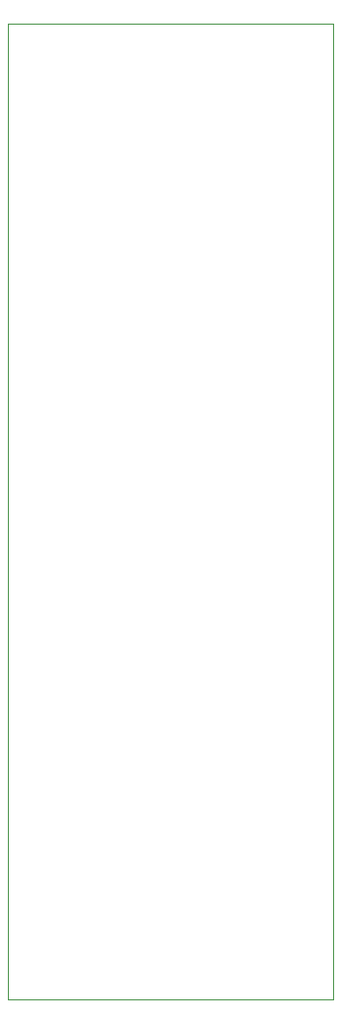
<source format=gbr>
G04 --- HEADER BEGIN --- *
%TF.GenerationSoftware,LibrePCB,LibrePCB,0.1.5*%
%TF.CreationDate,2020-12-27T00:53:52*%
%TF.ProjectId,bob_ddr_sdram_4m16b - default,91b37e6c-9424-4871-8535-6cfacb37efd9,v1*%
%TF.Part,Single*%
%FSLAX66Y66*%
%MOMM*%
G01*
G74*
G04 --- HEADER END --- *
G04 --- APERTURE LIST BEGIN --- *
%ADD10C,0.001*%
G04 --- APERTURE LIST END --- *
G04 --- BOARD BEGIN --- *
D10*
X0Y0D02*
X27940000Y0D01*
X27940000Y83820000D01*
X0Y83820000D01*
X0Y0D01*
G04 --- BOARD END --- *
%TF.MD5,93207385906a556c7795371500251b20*%
M02*

</source>
